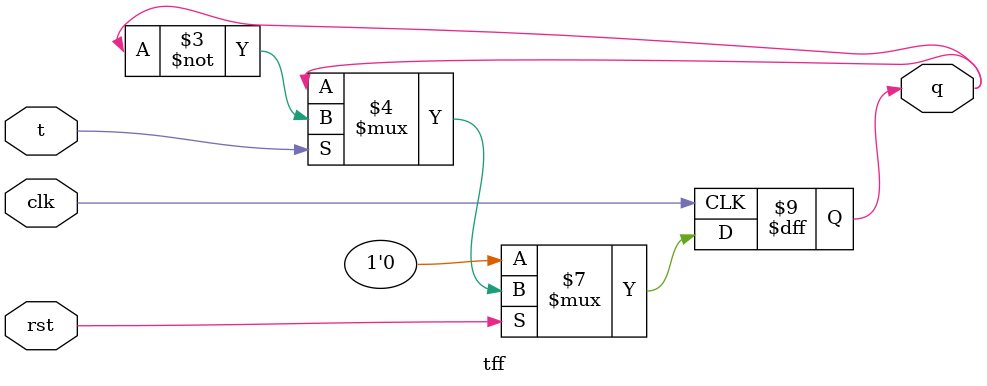
<source format=sv>
module tff(t,rst,clk,q);
  input t,rst,clk;
  output reg q;
  always @(posedge clk)
    begin
      if(!rst)
        q<=1'b0;
      else if(t)
        q<=~q;
    end
endmodule

</source>
